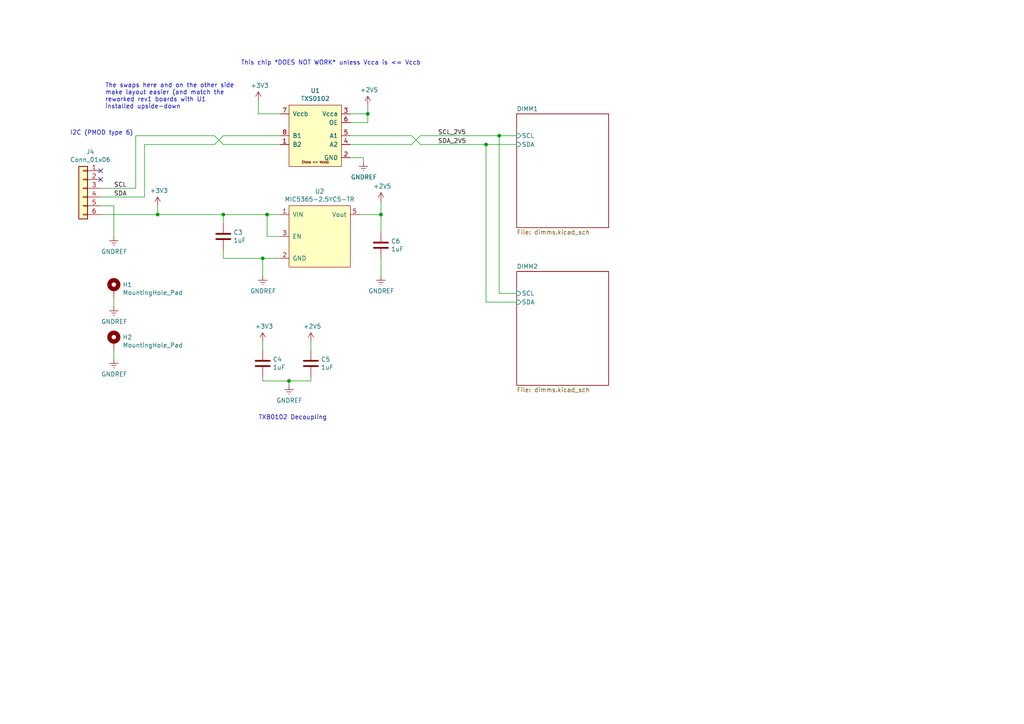
<source format=kicad_sch>
(kicad_sch (version 20230121) (generator eeschema)
  (paper "A4")
  (lib_symbols
    (symbol "Connector_Generic:Conn_01x06" (pin_names (offset 1.016) hide)
      (property "Reference" "J" (at 0 7.62 0))
      (property "Value" "Conn_01x06" (at 0 -10.16 0))
      (symbol "Conn_01x06_1_1"
        (rectangle (start -1.27 -7.493) (end 0 -7.747) (stroke (width 0.1524)))
        (rectangle (start -1.27 -4.953) (end 0 -5.207) (stroke (width 0.1524)))
        (rectangle (start -1.27 -2.413) (end 0 -2.667) (stroke (width 0.1524)))
        (rectangle (start -1.27 0.127) (end 0 -0.127) (stroke (width 0.1524)))
        (rectangle (start -1.27 2.667) (end 0 2.413) (stroke (width 0.1524)))
        (rectangle (start -1.27 5.207) (end 0 4.953) (stroke (width 0.1524)))
        (rectangle (start -1.27 6.35) (end 1.27 -8.89) (stroke (width 0.254)) (fill (type background)))
        (pin passive line (at -5.08 5.08 0) (length 3.81) (name "Pin_1") (number "1"))
        (pin passive line (at -5.08 2.54 0) (length 3.81) (name "Pin_2") (number "2"))
        (pin passive line (at -5.08 0 0) (length 3.81) (name "Pin_3") (number "3"))
        (pin passive line (at -5.08 -2.54 0) (length 3.81) (name "Pin_4") (number "4"))
        (pin passive line (at -5.08 -5.08 0) (length 3.81) (name "Pin_5") (number "5"))
        (pin passive line (at -5.08 -7.62 0) (length 3.81) (name "Pin_6") (number "6"))
      )
    )
    (symbol "Device:C" (pin_numbers hide) (pin_names (offset 0.254))
      (property "Reference" "C" (at 0.635 2.54 0))
      (property "Value" "C" (at 0.635 -2.54 0))
      (symbol "C_0_1"
        (polyline (pts (xy -2.032 -0.762) (xy 2.032 -0.762)) (stroke (width 0.508)))
        (polyline (pts (xy -2.032 0.762) (xy 2.032 0.762)) (stroke (width 0.508)))
      )
      (symbol "C_1_1"
        (pin passive line (at 0 3.81 270) (length 2.794) (name "~") (number "1"))
        (pin passive line (at 0 -3.81 90) (length 2.794) (name "~") (number "2"))
      )
    )
    (symbol "Mechanical:MountingHole_Pad" (pin_numbers hide) (pin_names (offset 1.016) hide)
      (property "Reference" "H" (at 0 6.35 0))
      (property "Value" "MountingHole_Pad" (at 0 4.445 0))
      (symbol "MountingHole_Pad_0_1"
        (circle (center 0 1.27) (radius 1.27) (stroke (width 1.27)))
      )
      (symbol "MountingHole_Pad_1_1"
        (pin input line (at 0 -2.54 90) (length 2.54) (name "1") (number "1"))
      )
    )
    (symbol "dimmlet-rescue:+3.3V-power" (power) (pin_names (offset 0))
      (property "Value" "+3.3V-power" (at 0 3.556 0))
      (symbol "+3.3V-power_0_1"
        (polyline (pts (xy -0.762 1.27) (xy 0 2.54)))
        (polyline (pts (xy 0 0) (xy 0 2.54)))
        (polyline (pts (xy 0 2.54) (xy 0.762 1.27)))
      )
      (symbol "+3.3V-power_1_1"
        (pin power_in line (at 0 0 90) (length 0) hide (name "+3V3") (number "1"))
      )
    )
    (symbol "dimmlet:‎MIC5365-2.5YC5-TR" (pin_names (offset 1.016))
      (property "Reference" "U" (at 1.27 3.81 0))
      (property "Value" "‎MIC5365-2.5YC5-TR" (at 10.16 -17.78 0))
      (symbol "‎MIC5365-2.5YC5-TR_0_1"
        (rectangle (start 0 2.54) (end 17.78 -15.24) (fill (type background)))
      )
      (symbol "‎MIC5365-2.5YC5-TR_1_1"
        (pin power_in line (at -2.54 0 0) (length 2.54) (name "VIN") (number "1"))
        (pin power_in line (at -2.54 -12.7 0) (length 2.54) (name "GND") (number "2"))
        (pin input line (at -2.54 -6.35 0) (length 2.54) (name "EN") (number "3"))
        (pin no_connect line (at 20.32 -3.81 180) (length 2.54) hide (name "NC") (number "4"))
        (pin output line (at 20.32 0 180) (length 2.54) (name "Vout") (number "5"))
      )
    )
    (symbol "dimmlet:‎TXS0102" (pin_names (offset 1.016))
      (property "Reference" "U" (at 1.27 3.81 0))
      (property "Value" "‎TXS0102" (at 3.81 -16.51 0))
      (symbol "‎TXS0102_0_0"
        (text "(Vcca <= Vccb)" (at 7.62 -13.97 0) (effects (font (size 0.635 0.635))))
      )
      (symbol "‎TXS0102_0_1"
        (rectangle (start 0 2.54) (end 15.24 -15.24) (fill (type background)))
      )
      (symbol "‎TXS0102_1_1"
        (pin bidirectional line (at 17.78 -8.89 180) (length 2.54) (name "B2") (number "1"))
        (pin power_in line (at -2.54 -12.7 0) (length 2.54) (name "GND") (number "2"))
        (pin power_in line (at -2.54 0 0) (length 2.54) (name "Vcca") (number "3"))
        (pin bidirectional line (at -2.54 -8.89 0) (length 2.54) (name "A2") (number "4"))
        (pin bidirectional line (at -2.54 -6.35 0) (length 2.54) (name "A1") (number "5"))
        (pin input line (at -2.54 -2.54 0) (length 2.54) (name "OE") (number "6"))
        (pin power_in line (at 17.78 0 180) (length 2.54) (name "Vccb") (number "7"))
        (pin bidirectional line (at 17.78 -6.35 180) (length 2.54) (name "B1") (number "8"))
      )
    )
    (symbol "power:+2V5" (power) (pin_names (offset 0))
      (property "Value" "+2V5" (at 0 3.556 0))
      (symbol "+2V5_0_1"
        (polyline (pts (xy -0.762 1.27) (xy 0 2.54)))
        (polyline (pts (xy 0 0) (xy 0 2.54)))
        (polyline (pts (xy 0 2.54) (xy 0.762 1.27)))
      )
      (symbol "+2V5_1_1"
        (pin power_in line (at 0 0 90) (length 0) hide (name "+2V5") (number "1"))
      )
    )
    (symbol "power:GNDREF" (power) (pin_names (offset 0))
      (property "Value" "GNDREF" (at 0 -3.81 0))
      (symbol "GNDREF_0_1"
        (polyline (pts (xy -0.635 -1.905) (xy 0.635 -1.905)))
        (polyline (pts (xy -0.127 -2.54) (xy 0.127 -2.54)))
        (polyline (pts (xy 0 -1.27) (xy 0 0)))
        (polyline (pts (xy 1.27 -1.27) (xy -1.27 -1.27)))
      )
      (symbol "GNDREF_1_1"
        (pin power_in line (at 0 0 270) (length 0) hide (name "GNDREF") (number "1"))
      )
    )
  )
  (junction (at 83.82 110.49))
  (junction (at 76.2 74.93))
  (junction (at 144.78 39.37))
  (junction (at 140.97 41.91))
  (junction (at 110.49 62.23))
  (junction (at 77.47 62.23))
  (junction (at 106.68 33.02))
  (junction (at 64.77 62.23))
  (junction (at 45.72 62.23))
  (no_connect (at 29.21 52.07))
  (no_connect (at 29.21 49.53))
  (wire (pts (xy 41.91 41.91) (xy 62.23 41.91)))
  (wire (pts (xy 64.77 39.37) (xy 81.28 39.37)))
  (wire (pts (xy 62.23 39.37) (xy 64.77 41.91)))
  (wire (pts (xy 45.72 59.69) (xy 45.72 62.23)))
  (wire (pts (xy 64.77 64.77) (xy 64.77 62.23)))
  (wire (pts (xy 119.38 41.91) (xy 121.92 39.37)))
  (wire (pts (xy 76.2 110.49) (xy 83.82 110.49)))
  (wire (pts (xy 144.78 39.37) (xy 144.78 85.09)))
  (wire (pts (xy 39.37 39.37) (xy 39.37 54.61)))
  (wire (pts (xy 33.02 59.69) (xy 33.02 68.58)))
  (wire (pts (xy 64.77 62.23) (xy 45.72 62.23)))
  (wire (pts (xy 64.77 41.91) (xy 81.28 41.91)))
  (wire (pts (xy 29.21 54.61) (xy 39.37 54.61)))
  (wire (pts (xy 76.2 109.22) (xy 76.2 110.49)))
  (wire (pts (xy 64.77 39.37) (xy 62.23 41.91)))
  (wire (pts (xy 121.92 41.91) (xy 140.97 41.91)))
  (wire (pts (xy 121.92 39.37) (xy 144.78 39.37)))
  (wire (pts (xy 29.21 57.15) (xy 41.91 57.15)))
  (wire (pts (xy 106.68 35.56) (xy 106.68 33.02)))
  (wire (pts (xy 77.47 62.23) (xy 64.77 62.23)))
  (wire (pts (xy 144.78 85.09) (xy 149.86 85.09)))
  (wire (pts (xy 29.21 62.23) (xy 45.72 62.23)))
  (wire (pts (xy 105.41 45.72) (xy 105.41 46.99)))
  (wire (pts (xy 110.49 67.31) (xy 110.49 62.23)))
  (wire (pts (xy 76.2 74.93) (xy 81.28 74.93)))
  (wire (pts (xy 77.47 68.58) (xy 77.47 62.23)))
  (wire (pts (xy 83.82 110.49) (xy 83.82 111.76)))
  (wire (pts (xy 64.77 74.93) (xy 64.77 72.39)))
  (wire (pts (xy 76.2 101.6) (xy 76.2 99.06)))
  (wire (pts (xy 140.97 41.91) (xy 149.86 41.91)))
  (wire (pts (xy 90.17 101.6) (xy 90.17 99.06)))
  (wire (pts (xy 76.2 80.01) (xy 76.2 74.93)))
  (wire (pts (xy 90.17 110.49) (xy 83.82 110.49)))
  (wire (pts (xy 106.68 33.02) (xy 106.68 30.48)))
  (wire (pts (xy 29.21 59.69) (xy 33.02 59.69)))
  (wire (pts (xy 119.38 41.91) (xy 101.6 41.91)))
  (wire (pts (xy 110.49 62.23) (xy 110.49 58.42)))
  (wire (pts (xy 33.02 88.9) (xy 33.02 86.36)))
  (wire (pts (xy 121.92 41.91) (xy 119.38 39.37)))
  (wire (pts (xy 74.93 33.02) (xy 74.93 29.21)))
  (wire (pts (xy 41.91 57.15) (xy 41.91 41.91)))
  (wire (pts (xy 33.02 101.6) (xy 33.02 104.14)))
  (wire (pts (xy 144.78 39.37) (xy 149.86 39.37)))
  (wire (pts (xy 140.97 87.63) (xy 149.86 87.63)))
  (wire (pts (xy 81.28 62.23) (xy 77.47 62.23)))
  (wire (pts (xy 119.38 39.37) (xy 101.6 39.37)))
  (wire (pts (xy 101.6 33.02) (xy 106.68 33.02)))
  (wire (pts (xy 81.28 33.02) (xy 74.93 33.02)))
  (wire (pts (xy 110.49 74.93) (xy 110.49 80.01)))
  (wire (pts (xy 101.6 35.56) (xy 106.68 35.56)))
  (wire (pts (xy 110.49 62.23) (xy 104.14 62.23)))
  (wire (pts (xy 39.37 39.37) (xy 62.23 39.37)))
  (wire (pts (xy 140.97 41.91) (xy 140.97 87.63)))
  (wire (pts (xy 81.28 68.58) (xy 77.47 68.58)))
  (wire (pts (xy 101.6 45.72) (xy 105.41 45.72)))
  (wire (pts (xy 90.17 109.22) (xy 90.17 110.49)))
  (wire (pts (xy 76.2 74.93) (xy 64.77 74.93)))
  (text "The swaps here and on the other side \nmake layout easier (and match the \nreworked rev1 boards with U1 \ninstalled upside-down" (at 30.48 31.75 0) (effects (font (size 1.27 1.27)) (justify left bottom)))
  (text "I2C (PMOD type 6)" (at 20.32 39.37 0) (effects (font (size 1.27 1.27)) (justify left bottom)))
  (text "TXB0102 Decoupling" (at 74.93 121.92 0) (effects (font (size 1.27 1.27)) (justify left bottom)))
  (text "This chip *DOES NOT WORK* unless Vcca is <= Vccb" (at 69.85 19.05 0) (effects (font (size 1.27 1.27)) (justify left bottom)))
  (label "SCL_2V5" (at 127 39.37 0))
  (label "SDA" (at 33.02 57.15 0))
  (label "SDA_2V5" (at 127 41.91 0))
  (label "SCL" (at 33.02 54.61 0))
  (symbol (lib_id "power:GNDREF") (at 105.41 46.99 0) (unit 1)
    (property "Reference" "#PWR0139" (effects hide))
    (property "Value" "GNDREF" (at 105.537 51.3842 0))
  )
  (symbol (lib_id "dimmlet:‎MIC5365-2.5YC5-TR") (at 83.82 62.23 0) (unit 1)
    (property "Reference" "U2" (at 92.71 55.499 0))
    (property "Value" "‎MIC5365-2.5YC5-TR" (at 92.71 57.8104 0))
    (property "Footprint" "Package_TO_SOT_SMD:SOT-353_SC-70-5" (effects hide))
  )
  (symbol (lib_id "power:GNDREF") (at 76.2 80.01 0) (unit 1)
    (property "Reference" "#PWR0109" (effects hide))
    (property "Value" "GNDREF" (at 76.327 84.4042 0))
  )
  (symbol (lib_id "power:+2V5") (at 110.49 58.42 0) (unit 1)
    (property "Reference" "#PWR0111" (effects hide))
    (property "Value" "+2V5" (at 110.871 54.0258 0))
  )
  (symbol (lib_id "Device:C") (at 64.77 68.58 0) (unit 1)
    (property "Reference" "C3" (at 67.691 67.4116 0) (effects (justify left)))
    (property "Value" "1uF" (at 67.691 69.723 0) (effects (justify left)))
    (property "Footprint" "Capacitor_SMD:C_0402_1005Metric_Pad0.74x0.62mm_HandSolder" (effects hide))
  )
  (symbol (lib_id "Device:C") (at 110.49 71.12 0) (unit 1)
    (property "Reference" "C6" (at 113.411 69.9516 0) (effects (justify left)))
    (property "Value" "1uF" (at 113.411 72.263 0) (effects (justify left)))
    (property "Footprint" "Capacitor_SMD:C_0402_1005Metric_Pad0.74x0.62mm_HandSolder" (effects hide))
  )
  (symbol (lib_id "power:GNDREF") (at 110.49 80.01 0) (unit 1)
    (property "Reference" "#PWR0114" (effects hide))
    (property "Value" "GNDREF" (at 110.617 84.4042 0))
  )
  (symbol (lib_id "dimmlet:‎TXS0102") (at 99.06 33.02 0) (mirror y) (unit 1)
    (property "Reference" "U1" (at 91.44 26.289 0))
    (property "Value" "‎TXS0102" (at 91.44 28.6004 0))
    (property "Footprint" "Package_SO:VSSOP-8_2.4x2.1mm_P0.5mm" (effects hide))
  )
  (symbol (lib_id "dimmlet-rescue:+3.3V-power") (at 74.93 29.21 0) (unit 1)
    (property "Reference" "#PWR0115" (effects hide))
    (property "Value" "+3.3V" (at 75.311 24.8158 0))
  )
  (symbol (lib_id "power:+2V5") (at 106.68 30.48 0) (unit 1)
    (property "Reference" "#PWR0122" (effects hide))
    (property "Value" "+2V5" (at 107.061 26.0858 0))
  )
  (symbol (lib_id "Device:C") (at 90.17 105.41 0) (unit 1)
    (property "Reference" "C5" (at 93.091 104.2416 0) (effects (justify left)))
    (property "Value" "1uF" (at 93.091 106.553 0) (effects (justify left)))
    (property "Footprint" "Capacitor_SMD:C_0402_1005Metric_Pad0.74x0.62mm_HandSolder" (effects hide))
  )
  (symbol (lib_id "Device:C") (at 76.2 105.41 0) (unit 1)
    (property "Reference" "C4" (at 79.121 104.2416 0) (effects (justify left)))
    (property "Value" "1uF" (at 79.121 106.553 0) (effects (justify left)))
    (property "Footprint" "Capacitor_SMD:C_0402_1005Metric_Pad0.74x0.62mm_HandSolder" (effects hide))
  )
  (symbol (lib_id "dimmlet-rescue:+3.3V-power") (at 76.2 99.06 0) (unit 1)
    (property "Reference" "#PWR0124" (effects hide))
    (property "Value" "+3.3V" (at 76.581 94.6658 0))
  )
  (symbol (lib_id "power:+2V5") (at 90.17 99.06 0) (unit 1)
    (property "Reference" "#PWR0127" (effects hide))
    (property "Value" "+2V5" (at 90.551 94.6658 0))
  )
  (symbol (lib_id "power:GNDREF") (at 83.82 111.76 0) (unit 1)
    (property "Reference" "#PWR0128" (effects hide))
    (property "Value" "GNDREF" (at 83.947 116.1542 0))
  )
  (symbol (lib_id "Mechanical:MountingHole_Pad") (at 33.02 83.82 0) (unit 1)
    (property "Reference" "H1" (at 35.56 82.5754 0) (effects (justify left)))
    (property "Value" "MountingHole_Pad" (at 35.56 84.8868 0) (effects (justify left)))
    (property "Footprint" "MountingHole:MountingHole_2.2mm_M2_DIN965_Pad" (effects hide))
  )
  (symbol (lib_id "Mechanical:MountingHole_Pad") (at 33.02 99.06 0) (unit 1)
    (property "Reference" "H2" (at 35.56 97.8154 0) (effects (justify left)))
    (property "Value" "MountingHole_Pad" (at 35.56 100.1268 0) (effects (justify left)))
    (property "Footprint" "MountingHole:MountingHole_2.2mm_M2_DIN965_Pad" (effects hide))
  )
  (symbol (lib_id "power:GNDREF") (at 33.02 88.9 0) (unit 1)
    (property "Reference" "#PWR0129" (effects hide))
    (property "Value" "GNDREF" (at 33.147 93.2942 0))
  )
  (symbol (lib_id "power:GNDREF") (at 33.02 104.14 0) (unit 1)
    (property "Reference" "#PWR0130" (effects hide))
    (property "Value" "GNDREF" (at 33.147 108.5342 0))
  )
  (symbol (lib_id "Connector_Generic:Conn_01x06") (at 24.13 54.61 0) (mirror y) (unit 1)
    (property "Reference" "J4" (at 26.2128 44.0182 0))
    (property "Value" "Conn_01x06" (at 26.2128 46.3296 0))
    (property "Footprint" "pmod:PMOD_6pin_peripheral_horizontal" (effects hide))
  )
  (symbol (lib_id "dimmlet-rescue:+3.3V-power") (at 45.72 59.69 0) (unit 1)
    (property "Reference" "#PWR0107" (effects hide))
    (property "Value" "+3.3V" (at 46.101 55.2958 0))
  )
  (symbol (lib_id "power:GNDREF") (at 33.02 68.58 0) (unit 1)
    (property "Reference" "#PWR0108" (effects hide))
    (property "Value" "GNDREF" (at 33.147 72.9742 0))
  )
  (sheet (at 149.86 33.02) (size 26.67 33.02)
    (property "Sheetname" "DIMM1" (at 149.86 32.3084 0) (effects (justify left bottom)))
    (property "Sheetfile" "dimms.kicad_sch" (at 149.86 66.6246 0) (effects (justify left top)))
    (pin "SCL" input (at 149.86 39.37 180))
    (pin "SDA" input (at 149.86 41.91 180))
  )
  (sheet (at 149.86 78.74) (size 26.67 33.02)
    (property "Sheetname" "DIMM2" (at 149.86 78.0284 0) (effects (justify left bottom)))
    (property "Sheetfile" "dimms.kicad_sch" (at 149.86 112.3446 0) (effects (justify left top)))
    (pin "SCL" input (at 149.86 85.09 180))
    (pin "SDA" input (at 149.86 87.63 180))
  )
)
</source>
